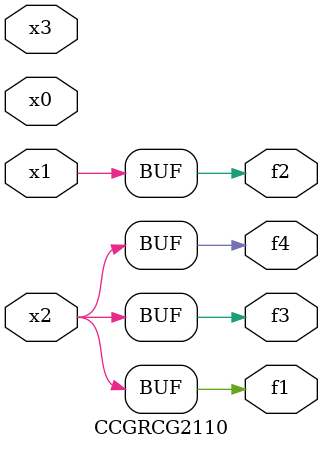
<source format=v>
module CCGRCG2110(
	input x0, x1, x2, x3,
	output f1, f2, f3, f4
);
	assign f1 = x2;
	assign f2 = x1;
	assign f3 = x2;
	assign f4 = x2;
endmodule

</source>
